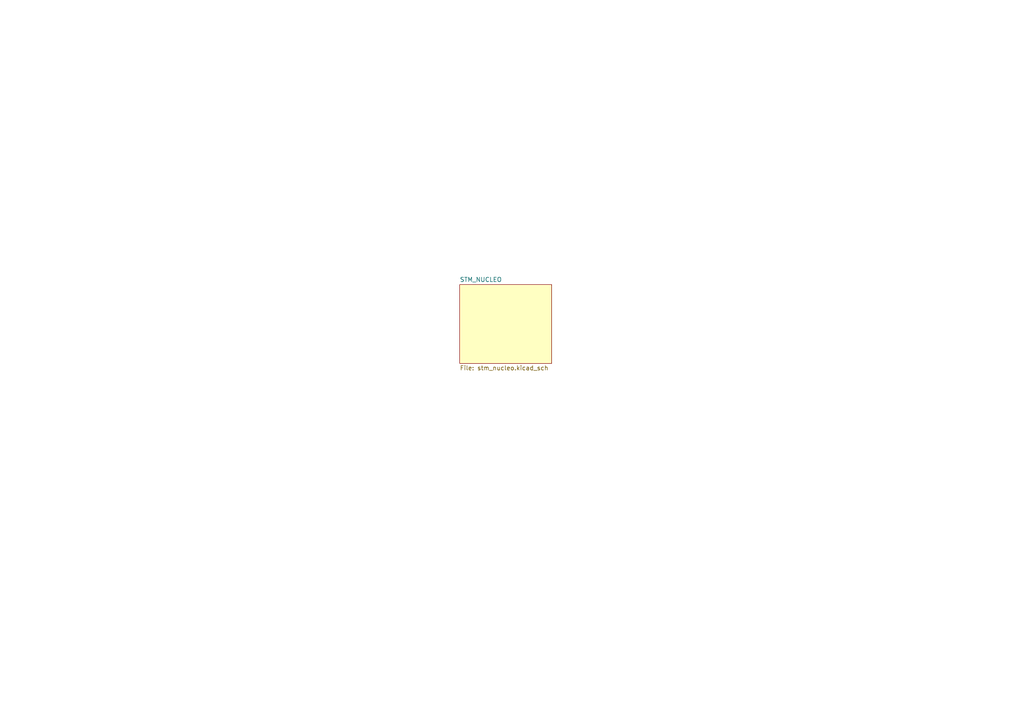
<source format=kicad_sch>
(kicad_sch (version 20230121) (generator eeschema)
  (paper "A4")
  (lib_symbols)
  (sheet (at 133.35 82.55) (size 26.67 22.86) (stroke (width 0.1524) (color 132 0 0 1)) (fill (color 255 255 194 1.0000))
    (property "Sheetname" "STM_NUCLEO" (at 133.35 81.8384 0) (effects (justify left bottom)))
    (property "Sheetfile" "stm_nucleo.kicad_sch" (at 133.35 105.9946 0) (effects (justify left top)))
  )
)
</source>
